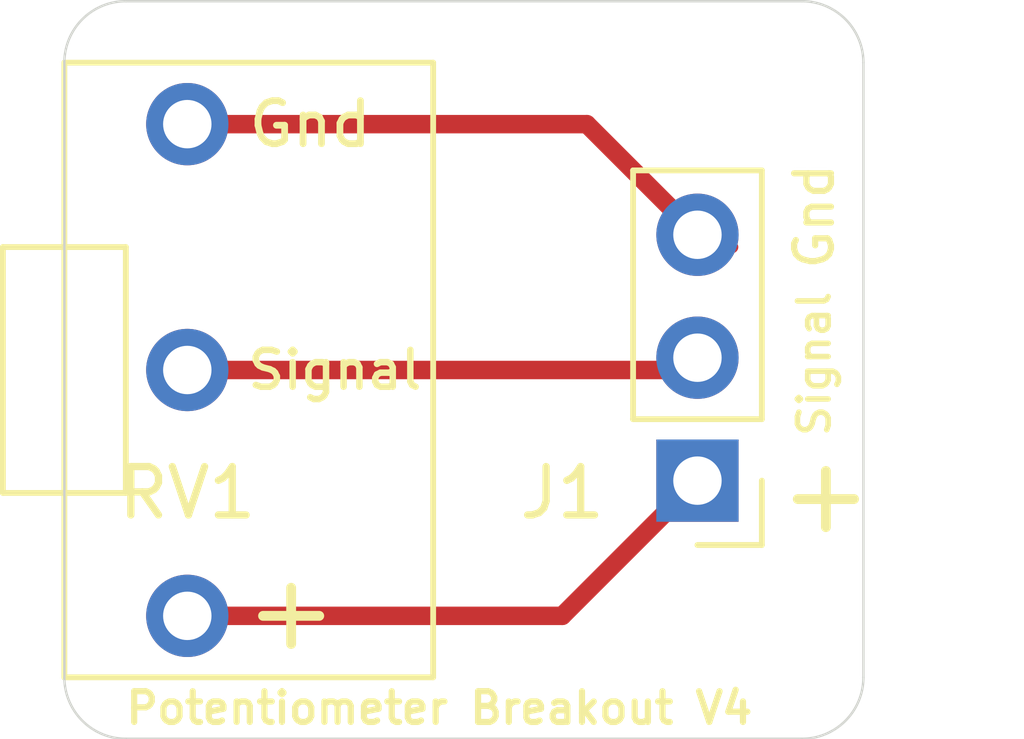
<source format=kicad_pcb>
(kicad_pcb (version 20171130) (host pcbnew "(5.1.6)-1")

  (general
    (thickness 1.6)
    (drawings 15)
    (tracks 9)
    (zones 0)
    (modules 2)
    (nets 4)
  )

  (page A4)
  (layers
    (0 F.Cu signal)
    (31 B.Cu signal)
    (32 B.Adhes user)
    (33 F.Adhes user)
    (34 B.Paste user)
    (35 F.Paste user)
    (36 B.SilkS user)
    (37 F.SilkS user)
    (38 B.Mask user)
    (39 F.Mask user)
    (40 Dwgs.User user)
    (41 Cmts.User user)
    (42 Eco1.User user)
    (43 Eco2.User user)
    (44 Edge.Cuts user)
    (45 Margin user)
    (46 B.CrtYd user)
    (47 F.CrtYd user)
    (48 B.Fab user)
    (49 F.Fab user)
  )

  (setup
    (last_trace_width 0.381)
    (user_trace_width 0.381)
    (trace_clearance 0.2)
    (zone_clearance 0.508)
    (zone_45_only no)
    (trace_min 0.2)
    (via_size 0.8)
    (via_drill 0.4)
    (via_min_size 0.4)
    (via_min_drill 0.3)
    (uvia_size 0.3)
    (uvia_drill 0.1)
    (uvias_allowed no)
    (uvia_min_size 0.2)
    (uvia_min_drill 0.1)
    (edge_width 0.05)
    (segment_width 0.2)
    (pcb_text_width 0.3)
    (pcb_text_size 1.5 1.5)
    (mod_edge_width 0.12)
    (mod_text_size 1 1)
    (mod_text_width 0.15)
    (pad_size 1.7 1.7)
    (pad_drill 1)
    (pad_to_mask_clearance 0.051)
    (solder_mask_min_width 0.25)
    (aux_axis_origin 0 0)
    (visible_elements 7FFFFFFF)
    (pcbplotparams
      (layerselection 0x010fc_ffffffff)
      (usegerberextensions false)
      (usegerberattributes false)
      (usegerberadvancedattributes false)
      (creategerberjobfile false)
      (excludeedgelayer true)
      (linewidth 0.100000)
      (plotframeref false)
      (viasonmask false)
      (mode 1)
      (useauxorigin false)
      (hpglpennumber 1)
      (hpglpenspeed 20)
      (hpglpendiameter 15.000000)
      (psnegative false)
      (psa4output false)
      (plotreference true)
      (plotvalue true)
      (plotinvisibletext false)
      (padsonsilk false)
      (subtractmaskfromsilk false)
      (outputformat 1)
      (mirror false)
      (drillshape 0)
      (scaleselection 1)
      (outputdirectory "Gerbers/"))
  )

  (net 0 "")
  (net 1 "Net-(J1-Pad1)")
  (net 2 "Net-(J1-Pad2)")
  (net 3 "Net-(J1-Pad3)")

  (net_class Default "This is the default net class."
    (clearance 0.2)
    (trace_width 0.25)
    (via_dia 0.8)
    (via_drill 0.4)
    (uvia_dia 0.3)
    (uvia_drill 0.1)
    (add_net "Net-(J1-Pad1)")
    (add_net "Net-(J1-Pad2)")
    (add_net "Net-(J1-Pad3)")
  )

  (module PotentiometerToServoWire:Potentiometer_5.08mm (layer F.Cu) (tedit 5F1FA916) (tstamp 5F025B93)
    (at 137.16 91.44)
    (path /5F03080C)
    (fp_text reference RV1 (at 0 2.54) (layer F.SilkS)
      (effects (font (size 1 1) (thickness 0.15)))
    )
    (fp_text value R_POT (at 2.54 -2.54) (layer F.Fab)
      (effects (font (size 1 1) (thickness 0.15)))
    )
    (fp_line (start -1.27 -2.54) (end -3.81 -2.54) (layer F.SilkS) (width 0.12))
    (fp_line (start -1.27 2.54) (end -1.27 -2.54) (layer F.SilkS) (width 0.12))
    (fp_line (start -3.81 2.54) (end -1.27 2.54) (layer F.SilkS) (width 0.12))
    (fp_line (start -3.81 -2.54) (end -3.81 2.54) (layer F.SilkS) (width 0.12))
    (fp_line (start 5.08 -6.35) (end -2.54 -6.35) (layer F.SilkS) (width 0.12))
    (fp_line (start 5.08 6.35) (end 5.08 -6.35) (layer F.SilkS) (width 0.12))
    (fp_line (start -2.54 6.35) (end 5.08 6.35) (layer F.SilkS) (width 0.12))
    (fp_line (start -2.54 -6.35) (end -2.54 6.35) (layer F.SilkS) (width 0.12))
    (pad 3 thru_hole circle (at 0 -5.08) (size 1.7 1.7) (drill 1) (layers *.Cu *.Mask)
      (net 3 "Net-(J1-Pad3)"))
    (pad 2 thru_hole circle (at 0 0) (size 1.7 1.7) (drill 1) (layers *.Cu *.Mask)
      (net 2 "Net-(J1-Pad2)"))
    (pad 1 thru_hole circle (at 0 5.08) (size 1.7 1.7) (drill 1) (layers *.Cu *.Mask)
      (net 1 "Net-(J1-Pad1)"))
  )

  (module Connector_PinHeader_2.54mm:PinHeader_1x03_P2.54mm_Vertical (layer F.Cu) (tedit 59FED5CC) (tstamp 5F025B6D)
    (at 147.701 93.726 180)
    (descr "Through hole straight pin header, 1x03, 2.54mm pitch, single row")
    (tags "Through hole pin header THT 1x03 2.54mm single row")
    (path /5F0310D3)
    (fp_text reference J1 (at 2.794 -0.254) (layer F.SilkS)
      (effects (font (size 1 1) (thickness 0.15)))
    )
    (fp_text value Conn_01x03_Male (at 0 7.41) (layer F.Fab)
      (effects (font (size 1 1) (thickness 0.15)))
    )
    (fp_line (start -0.635 -1.27) (end 1.27 -1.27) (layer F.Fab) (width 0.1))
    (fp_line (start 1.27 -1.27) (end 1.27 6.35) (layer F.Fab) (width 0.1))
    (fp_line (start 1.27 6.35) (end -1.27 6.35) (layer F.Fab) (width 0.1))
    (fp_line (start -1.27 6.35) (end -1.27 -0.635) (layer F.Fab) (width 0.1))
    (fp_line (start -1.27 -0.635) (end -0.635 -1.27) (layer F.Fab) (width 0.1))
    (fp_line (start -1.33 6.41) (end 1.33 6.41) (layer F.SilkS) (width 0.12))
    (fp_line (start -1.33 1.27) (end -1.33 6.41) (layer F.SilkS) (width 0.12))
    (fp_line (start 1.33 1.27) (end 1.33 6.41) (layer F.SilkS) (width 0.12))
    (fp_line (start -1.33 1.27) (end 1.33 1.27) (layer F.SilkS) (width 0.12))
    (fp_line (start -1.33 0) (end -1.33 -1.33) (layer F.SilkS) (width 0.12))
    (fp_line (start -1.33 -1.33) (end 0 -1.33) (layer F.SilkS) (width 0.12))
    (fp_line (start -1.8 -1.8) (end -1.8 6.85) (layer F.CrtYd) (width 0.05))
    (fp_line (start -1.8 6.85) (end 1.8 6.85) (layer F.CrtYd) (width 0.05))
    (fp_line (start 1.8 6.85) (end 1.8 -1.8) (layer F.CrtYd) (width 0.05))
    (fp_line (start 1.8 -1.8) (end -1.8 -1.8) (layer F.CrtYd) (width 0.05))
    (fp_text user %R (at 0 2.54 90) (layer F.Fab)
      (effects (font (size 1 1) (thickness 0.15)))
    )
    (pad 1 thru_hole rect (at 0 0 180) (size 1.7 1.7) (drill 1) (layers *.Cu *.Mask)
      (net 1 "Net-(J1-Pad1)"))
    (pad 2 thru_hole oval (at 0 2.54 180) (size 1.7 1.7) (drill 1) (layers *.Cu *.Mask)
      (net 2 "Net-(J1-Pad2)"))
    (pad 3 thru_hole oval (at 0 5.08 180) (size 1.7 1.7) (drill 1) (layers *.Cu *.Mask)
      (net 3 "Net-(J1-Pad3)"))
    (model ${KISYS3DMOD}/Connector_PinHeader_2.54mm.3dshapes/PinHeader_1x03_P2.54mm_Vertical.wrl
      (at (xyz 0 0 0))
      (scale (xyz 1 1 1))
      (rotate (xyz 0 0 0))
    )
  )

  (gr_text "Potentiometer Breakout V4" (at 142.367 98.425) (layer F.SilkS)
    (effects (font (size 0.635 0.635) (thickness 0.127)))
  )
  (gr_arc (start 149.86 85.09) (end 151.13 85.09) (angle -90) (layer Edge.Cuts) (width 0.05))
  (gr_arc (start 149.86 97.79) (end 149.86 99.06) (angle -90) (layer Edge.Cuts) (width 0.05))
  (gr_arc (start 135.89 97.79) (end 134.62 97.79) (angle -90) (layer Edge.Cuts) (width 0.05))
  (gr_arc (start 135.89 85.09) (end 135.89 83.82) (angle -90) (layer Edge.Cuts) (width 0.05))
  (gr_line (start 149.86 83.82) (end 135.89 83.82) (layer Edge.Cuts) (width 0.05) (tstamp 5F026017))
  (gr_line (start 151.13 97.79) (end 151.13 85.09) (layer Edge.Cuts) (width 0.05) (tstamp 5FCB1E01))
  (gr_line (start 135.89 99.06) (end 149.86 99.06) (layer Edge.Cuts) (width 0.05))
  (gr_line (start 134.62 85.09) (end 134.62 97.79) (layer Edge.Cuts) (width 0.05))
  (gr_text + (at 139.192 96.52 90) (layer F.SilkS) (tstamp 5F025FDD)
    (effects (font (size 1.524 1.524) (thickness 0.2032)))
  )
  (gr_text Gnd (at 139.7 86.36) (layer F.SilkS)
    (effects (font (size 0.889 0.889) (thickness 0.1397)))
  )
  (gr_text Signal (at 140.208 91.44) (layer F.SilkS) (tstamp 5FCB1DF1)
    (effects (font (size 0.762 0.762) (thickness 0.13335)))
  )
  (gr_text Signal (at 150.114 91.313 90) (layer F.SilkS) (tstamp 5F025FBC)
    (effects (font (size 0.635 0.635) (thickness 0.1143)))
  )
  (gr_text + (at 150.241 94.107 90) (layer F.SilkS)
    (effects (font (size 1.524 1.524) (thickness 0.2032)))
  )
  (gr_text Gnd (at 150.114 88.265 90) (layer F.SilkS)
    (effects (font (size 0.762 0.762) (thickness 0.127)))
  )

  (segment (start 147.32 93.98) (end 148.169999 93.130001) (width 0.25) (layer F.Cu) (net 1))
  (segment (start 144.907 96.52) (end 147.701 93.726) (width 0.381) (layer F.Cu) (net 1))
  (segment (start 137.16 96.52) (end 144.907 96.52) (width 0.381) (layer F.Cu) (net 1))
  (segment (start 137.16 91.44) (end 138.23763 91.44) (width 0.25) (layer F.Cu) (net 2))
  (segment (start 147.447 91.44) (end 147.701 91.186) (width 0.381) (layer F.Cu) (net 2))
  (segment (start 137.16 91.44) (end 147.447 91.44) (width 0.381) (layer F.Cu) (net 2))
  (segment (start 147.32 88.9) (end 148.42 88.9) (width 0.25) (layer F.Cu) (net 3))
  (segment (start 145.415 86.36) (end 147.701 88.646) (width 0.381) (layer F.Cu) (net 3))
  (segment (start 137.16 86.36) (end 145.415 86.36) (width 0.381) (layer F.Cu) (net 3))

)

</source>
